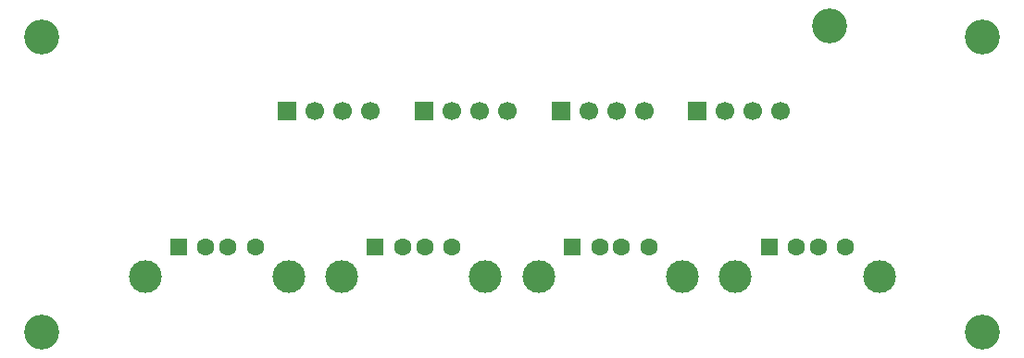
<source format=gbr>
%TF.GenerationSoftware,KiCad,Pcbnew,7.0.11-7.0.11~ubuntu22.04.1*%
%TF.CreationDate,2024-11-05T12:08:31+02:00*%
%TF.ProjectId,USB_Magic_Hub_Interface,5553425f-4d61-4676-9963-5f4875625f49,rev?*%
%TF.SameCoordinates,PX1036640PYe4e1c0*%
%TF.FileFunction,Soldermask,Bot*%
%TF.FilePolarity,Negative*%
%FSLAX46Y46*%
G04 Gerber Fmt 4.6, Leading zero omitted, Abs format (unit mm)*
G04 Created by KiCad (PCBNEW 7.0.11-7.0.11~ubuntu22.04.1) date 2024-11-05 12:08:31*
%MOMM*%
%LPD*%
G01*
G04 APERTURE LIST*
%ADD10C,3.200000*%
%ADD11R,1.600000X1.600000*%
%ADD12C,1.600000*%
%ADD13C,3.000000*%
%ADD14R,1.700000X1.700000*%
%ADD15C,1.700000*%
G04 APERTURE END LIST*
D10*
%TO.C,H1*%
X5000000Y-5000000D03*
%TD*%
D11*
%TO.C,J3*%
X35500000Y-24260000D03*
D12*
X38000000Y-24260000D03*
X40000000Y-24260000D03*
X42500000Y-24260000D03*
D13*
X32430000Y-26970000D03*
X45570000Y-26970000D03*
%TD*%
D10*
%TO.C,U5*%
X77000000Y-4000000D03*
D14*
X27450000Y-11750000D03*
D15*
X29990000Y-11750000D03*
X32530000Y-11750000D03*
X35070000Y-11750000D03*
D14*
X39950000Y-11750000D03*
D15*
X42490000Y-11750000D03*
X45030000Y-11750000D03*
X47570000Y-11750000D03*
D14*
X52450000Y-11750000D03*
D15*
X54990000Y-11750000D03*
X57530000Y-11750000D03*
X60070000Y-11750000D03*
D14*
X64950000Y-11750000D03*
D15*
X67490000Y-11750000D03*
X70030000Y-11750000D03*
X72570000Y-11750000D03*
%TD*%
D11*
%TO.C,J1*%
X71500000Y-24260000D03*
D12*
X74000000Y-24260000D03*
X76000000Y-24260000D03*
X78500000Y-24260000D03*
D13*
X68430000Y-26970000D03*
X81570000Y-26970000D03*
%TD*%
D10*
%TO.C,H2*%
X5000000Y-32000000D03*
%TD*%
D11*
%TO.C,J2*%
X53500000Y-24260000D03*
D12*
X56000000Y-24260000D03*
X58000000Y-24260000D03*
X60500000Y-24260000D03*
D13*
X50430000Y-26970000D03*
X63570000Y-26970000D03*
%TD*%
D10*
%TO.C,H4*%
X91000000Y-32000000D03*
%TD*%
D11*
%TO.C,J4*%
X17500000Y-24260000D03*
D12*
X20000000Y-24260000D03*
X22000000Y-24260000D03*
X24500000Y-24260000D03*
D13*
X14430000Y-26970000D03*
X27570000Y-26970000D03*
%TD*%
D10*
%TO.C,H3*%
X91000000Y-5000000D03*
%TD*%
M02*

</source>
